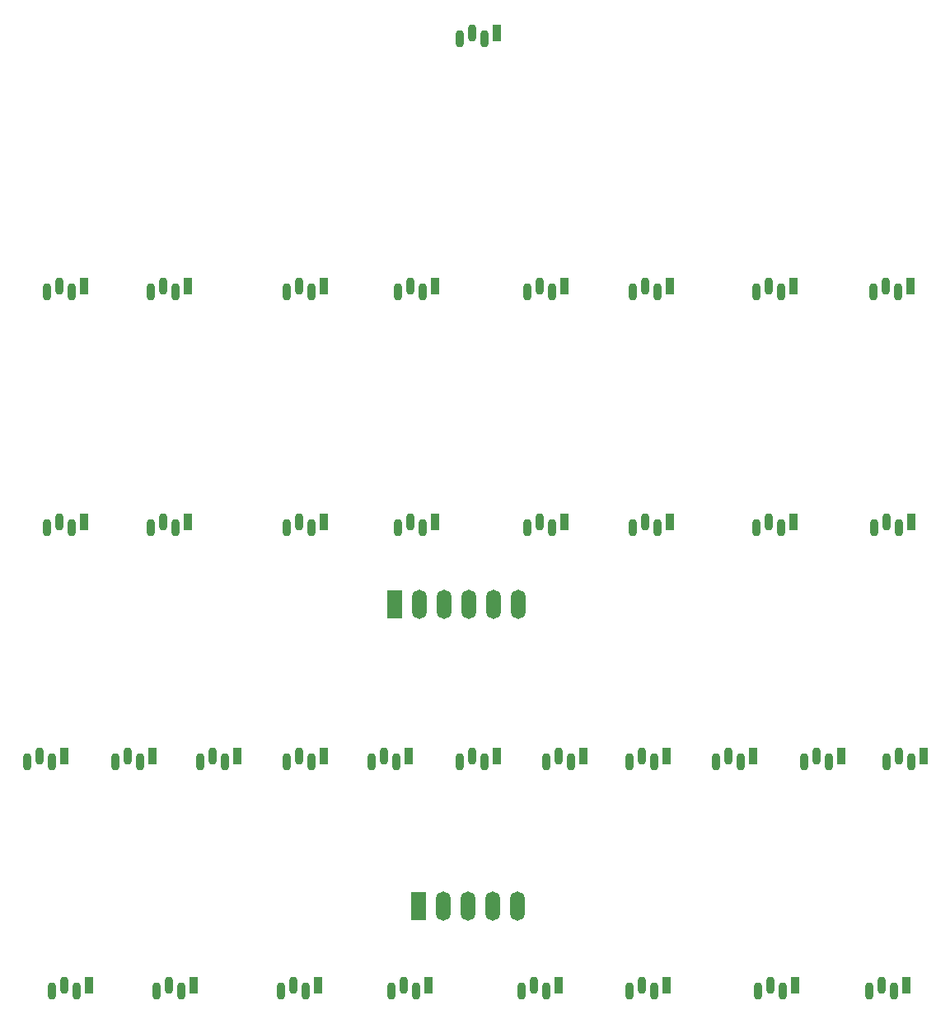
<source format=gbr>
%TF.GenerationSoftware,KiCad,Pcbnew,7.0.7*%
%TF.CreationDate,2024-10-22T18:38:38+02:00*%
%TF.ProjectId,FaceBerlinUhr,46616365-4265-4726-9c69-6e5568722e6b,rev?*%
%TF.SameCoordinates,Original*%
%TF.FileFunction,Soldermask,Top*%
%TF.FilePolarity,Negative*%
%FSLAX46Y46*%
G04 Gerber Fmt 4.6, Leading zero omitted, Abs format (unit mm)*
G04 Created by KiCad (PCBNEW 7.0.7) date 2024-10-22 18:38:38*
%MOMM*%
%LPD*%
G01*
G04 APERTURE LIST*
%ADD10R,0.900000X1.800000*%
%ADD11O,0.900000X1.800000*%
%ADD12R,1.524000X3.000000*%
%ADD13O,1.524000X3.000000*%
G04 APERTURE END LIST*
D10*
%TO.C,D10*%
X137033000Y-91850000D03*
D11*
X135763000Y-92450000D03*
X134493000Y-91850000D03*
X133223000Y-92450000D03*
%TD*%
D10*
%TO.C,D9*%
X221953700Y-67645000D03*
D11*
X220683700Y-68245000D03*
X219413700Y-67645000D03*
X218143700Y-68245000D03*
%TD*%
D10*
%TO.C,D13*%
X173101000Y-91850000D03*
D11*
X171831000Y-92450000D03*
X170561000Y-91850000D03*
X169291000Y-92450000D03*
%TD*%
D10*
%TO.C,D20*%
X152781000Y-115905000D03*
D11*
X151511000Y-116505000D03*
X150241000Y-115905000D03*
X148971000Y-116505000D03*
%TD*%
D10*
%TO.C,D12*%
X161671000Y-91850000D03*
D11*
X160401000Y-92450000D03*
X159131000Y-91850000D03*
X157861000Y-92450000D03*
%TD*%
D10*
%TO.C,D15*%
X197231000Y-91850000D03*
D11*
X195961000Y-92450000D03*
X194691000Y-91850000D03*
X193421000Y-92450000D03*
%TD*%
D10*
%TO.C,D6*%
X186351300Y-67645000D03*
D11*
X185081300Y-68245000D03*
X183811300Y-67645000D03*
X182541300Y-68245000D03*
%TD*%
D10*
%TO.C,D18*%
X134958700Y-115905000D03*
D11*
X133688700Y-116505000D03*
X132418700Y-115905000D03*
X131148700Y-116505000D03*
%TD*%
D10*
%TO.C,D19*%
X144018000Y-115905000D03*
D11*
X142748000Y-116505000D03*
X141478000Y-115905000D03*
X140208000Y-116505000D03*
%TD*%
D10*
%TO.C,D31*%
X161036000Y-139400000D03*
D11*
X159766000Y-140000000D03*
X158496000Y-139400000D03*
X157226000Y-140000000D03*
%TD*%
D10*
%TO.C,D32*%
X172423700Y-139400000D03*
D11*
X171153700Y-140000000D03*
X169883700Y-139400000D03*
X168613700Y-140000000D03*
%TD*%
D10*
%TO.C,D35*%
X210058000Y-139400000D03*
D11*
X208788000Y-140000000D03*
X207518000Y-139400000D03*
X206248000Y-140000000D03*
%TD*%
D10*
%TO.C,D23*%
X179408700Y-115905000D03*
D11*
X178138700Y-116505000D03*
X176868700Y-115905000D03*
X175598700Y-116505000D03*
%TD*%
D10*
%TO.C,D25*%
X196850000Y-115905000D03*
D11*
X195580000Y-116505000D03*
X194310000Y-115905000D03*
X193040000Y-116505000D03*
%TD*%
D10*
%TO.C,D24*%
X188298700Y-115905000D03*
D11*
X187028700Y-116505000D03*
X185758700Y-115905000D03*
X184488700Y-116505000D03*
%TD*%
D10*
%TO.C,D36*%
X221488000Y-139400000D03*
D11*
X220218000Y-140000000D03*
X218948000Y-139400000D03*
X217678000Y-140000000D03*
%TD*%
D10*
%TO.C,D27*%
X214799300Y-115905000D03*
D11*
X213529300Y-116505000D03*
X212259300Y-115905000D03*
X210989300Y-116505000D03*
%TD*%
D10*
%TO.C,D21*%
X161628700Y-115905000D03*
D11*
X160358700Y-116505000D03*
X159088700Y-115905000D03*
X157818700Y-116505000D03*
%TD*%
D10*
%TO.C,D14*%
X186393700Y-91850000D03*
D11*
X185123700Y-92450000D03*
X183853700Y-91850000D03*
X182583700Y-92450000D03*
%TD*%
D10*
%TO.C,D3*%
X147658700Y-67645000D03*
D11*
X146388700Y-68245000D03*
X145118700Y-67645000D03*
X143848700Y-68245000D03*
%TD*%
D10*
%TO.C,D16*%
X209931000Y-91850000D03*
D11*
X208661000Y-92450000D03*
X207391000Y-91850000D03*
X206121000Y-92450000D03*
%TD*%
D10*
%TO.C,D28*%
X223266000Y-115905000D03*
D11*
X221996000Y-116505000D03*
X220726000Y-115905000D03*
X219456000Y-116505000D03*
%TD*%
D10*
%TO.C,D34*%
X196850000Y-139400000D03*
D11*
X195580000Y-140000000D03*
X194310000Y-139400000D03*
X193040000Y-140000000D03*
%TD*%
D10*
%TO.C,D7*%
X197188700Y-67645000D03*
D11*
X195918700Y-68245000D03*
X194648700Y-67645000D03*
X193378700Y-68245000D03*
%TD*%
D10*
%TO.C,D33*%
X185758700Y-139400000D03*
D11*
X184488700Y-140000000D03*
X183218700Y-139400000D03*
X181948700Y-140000000D03*
%TD*%
D10*
%TO.C,D4*%
X161628700Y-67645000D03*
D11*
X160358700Y-68245000D03*
X159088700Y-67645000D03*
X157818700Y-68245000D03*
%TD*%
D10*
%TO.C,D17*%
X221996000Y-91850000D03*
D11*
X220726000Y-92450000D03*
X219456000Y-91850000D03*
X218186000Y-92450000D03*
%TD*%
D10*
%TO.C,D26*%
X205740000Y-115905000D03*
D11*
X204470000Y-116505000D03*
X203200000Y-115905000D03*
X201930000Y-116505000D03*
%TD*%
D10*
%TO.C,D1*%
X179401000Y-41610000D03*
D11*
X178131000Y-42210000D03*
X176861000Y-41610000D03*
X175591000Y-42210000D03*
%TD*%
D10*
%TO.C,D11*%
X147701000Y-91850000D03*
D11*
X146431000Y-92450000D03*
X145161000Y-91850000D03*
X143891000Y-92450000D03*
%TD*%
D10*
%TO.C,D2*%
X136990700Y-67645000D03*
D11*
X135720700Y-68245000D03*
X134450700Y-67645000D03*
X133180700Y-68245000D03*
%TD*%
D10*
%TO.C,D29*%
X137541000Y-139400000D03*
D11*
X136271000Y-140000000D03*
X135001000Y-139400000D03*
X133731000Y-140000000D03*
%TD*%
D10*
%TO.C,D8*%
X209888700Y-67645000D03*
D11*
X208618700Y-68245000D03*
X207348700Y-67645000D03*
X206078700Y-68245000D03*
%TD*%
D10*
%TO.C,D22*%
X170349300Y-115905000D03*
D11*
X169079300Y-116505000D03*
X167809300Y-115905000D03*
X166539300Y-116505000D03*
%TD*%
D10*
%TO.C,D5*%
X173058700Y-67645000D03*
D11*
X171788700Y-68245000D03*
X170518700Y-67645000D03*
X169248700Y-68245000D03*
%TD*%
D10*
%TO.C,D30*%
X148293700Y-139400000D03*
D11*
X147023700Y-140000000D03*
X145753700Y-139400000D03*
X144483700Y-140000000D03*
%TD*%
D12*
%TO.C,U1*%
X168910000Y-100330000D03*
D13*
X171450000Y-100330000D03*
X173990000Y-100330000D03*
X176530000Y-100330000D03*
X179070000Y-100330000D03*
X181610000Y-100330000D03*
D12*
X171418000Y-131318000D03*
D13*
X173958000Y-131318000D03*
X176498000Y-131318000D03*
X179038000Y-131318000D03*
X181578000Y-131318000D03*
%TD*%
M02*

</source>
